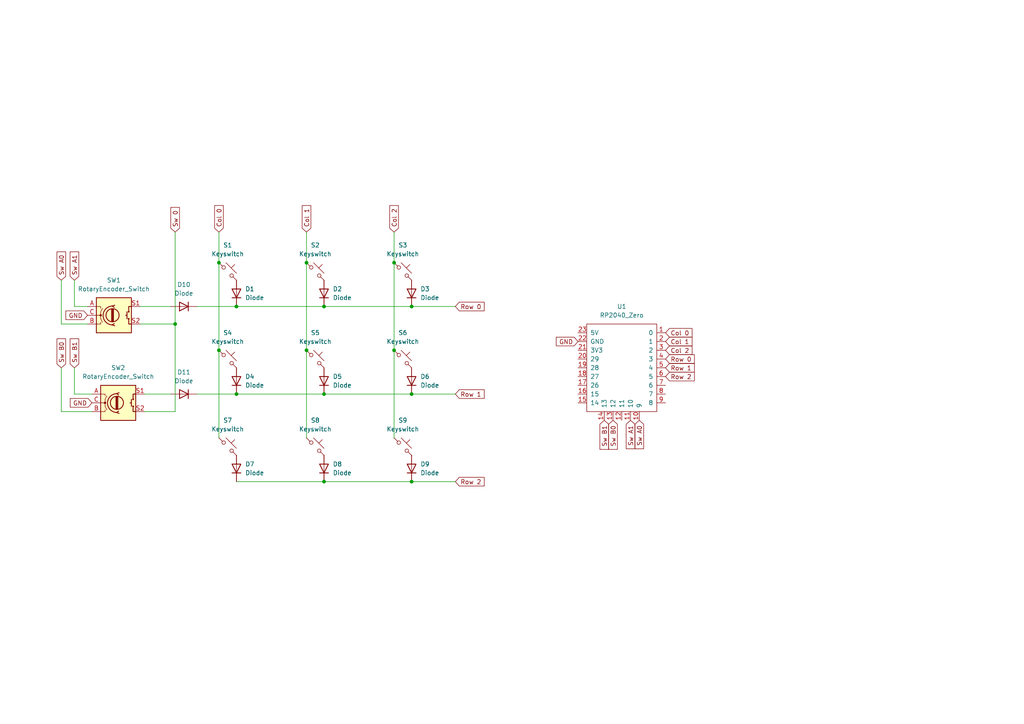
<source format=kicad_sch>
(kicad_sch
	(version 20250114)
	(generator "eeschema")
	(generator_version "9.0")
	(uuid "d416bdeb-0f75-4607-a93a-697d77e9cddc")
	(paper "A4")
	(lib_symbols
		(symbol "Device:RotaryEncoder_Switch"
			(pin_names
				(offset 0.254)
				(hide yes)
			)
			(exclude_from_sim no)
			(in_bom yes)
			(on_board yes)
			(property "Reference" "SW"
				(at 0 6.604 0)
				(effects
					(font
						(size 1.27 1.27)
					)
				)
			)
			(property "Value" "RotaryEncoder_Switch"
				(at 0 -6.604 0)
				(effects
					(font
						(size 1.27 1.27)
					)
				)
			)
			(property "Footprint" ""
				(at -3.81 4.064 0)
				(effects
					(font
						(size 1.27 1.27)
					)
					(hide yes)
				)
			)
			(property "Datasheet" "~"
				(at 0 6.604 0)
				(effects
					(font
						(size 1.27 1.27)
					)
					(hide yes)
				)
			)
			(property "Description" "Rotary encoder, dual channel, incremental quadrate outputs, with switch"
				(at 0 0 0)
				(effects
					(font
						(size 1.27 1.27)
					)
					(hide yes)
				)
			)
			(property "ki_keywords" "rotary switch encoder switch push button"
				(at 0 0 0)
				(effects
					(font
						(size 1.27 1.27)
					)
					(hide yes)
				)
			)
			(property "ki_fp_filters" "RotaryEncoder*Switch*"
				(at 0 0 0)
				(effects
					(font
						(size 1.27 1.27)
					)
					(hide yes)
				)
			)
			(symbol "RotaryEncoder_Switch_0_1"
				(rectangle
					(start -5.08 5.08)
					(end 5.08 -5.08)
					(stroke
						(width 0.254)
						(type default)
					)
					(fill
						(type background)
					)
				)
				(polyline
					(pts
						(xy -5.08 2.54) (xy -3.81 2.54) (xy -3.81 2.032)
					)
					(stroke
						(width 0)
						(type default)
					)
					(fill
						(type none)
					)
				)
				(polyline
					(pts
						(xy -5.08 0) (xy -3.81 0) (xy -3.81 -1.016) (xy -3.302 -2.032)
					)
					(stroke
						(width 0)
						(type default)
					)
					(fill
						(type none)
					)
				)
				(polyline
					(pts
						(xy -5.08 -2.54) (xy -3.81 -2.54) (xy -3.81 -2.032)
					)
					(stroke
						(width 0)
						(type default)
					)
					(fill
						(type none)
					)
				)
				(polyline
					(pts
						(xy -4.318 0) (xy -3.81 0) (xy -3.81 1.016) (xy -3.302 2.032)
					)
					(stroke
						(width 0)
						(type default)
					)
					(fill
						(type none)
					)
				)
				(circle
					(center -3.81 0)
					(radius 0.254)
					(stroke
						(width 0)
						(type default)
					)
					(fill
						(type outline)
					)
				)
				(polyline
					(pts
						(xy -0.635 -1.778) (xy -0.635 1.778)
					)
					(stroke
						(width 0.254)
						(type default)
					)
					(fill
						(type none)
					)
				)
				(circle
					(center -0.381 0)
					(radius 1.905)
					(stroke
						(width 0.254)
						(type default)
					)
					(fill
						(type none)
					)
				)
				(polyline
					(pts
						(xy -0.381 -1.778) (xy -0.381 1.778)
					)
					(stroke
						(width 0.254)
						(type default)
					)
					(fill
						(type none)
					)
				)
				(arc
					(start -0.381 -2.794)
					(mid -3.0988 -0.0635)
					(end -0.381 2.667)
					(stroke
						(width 0.254)
						(type default)
					)
					(fill
						(type none)
					)
				)
				(polyline
					(pts
						(xy -0.127 1.778) (xy -0.127 -1.778)
					)
					(stroke
						(width 0.254)
						(type default)
					)
					(fill
						(type none)
					)
				)
				(polyline
					(pts
						(xy 0.254 2.921) (xy -0.508 2.667) (xy 0.127 2.286)
					)
					(stroke
						(width 0.254)
						(type default)
					)
					(fill
						(type none)
					)
				)
				(polyline
					(pts
						(xy 0.254 -3.048) (xy -0.508 -2.794) (xy 0.127 -2.413)
					)
					(stroke
						(width 0.254)
						(type default)
					)
					(fill
						(type none)
					)
				)
				(polyline
					(pts
						(xy 3.81 1.016) (xy 3.81 -1.016)
					)
					(stroke
						(width 0.254)
						(type default)
					)
					(fill
						(type none)
					)
				)
				(polyline
					(pts
						(xy 3.81 0) (xy 3.429 0)
					)
					(stroke
						(width 0.254)
						(type default)
					)
					(fill
						(type none)
					)
				)
				(circle
					(center 4.318 1.016)
					(radius 0.127)
					(stroke
						(width 0.254)
						(type default)
					)
					(fill
						(type none)
					)
				)
				(circle
					(center 4.318 -1.016)
					(radius 0.127)
					(stroke
						(width 0.254)
						(type default)
					)
					(fill
						(type none)
					)
				)
				(polyline
					(pts
						(xy 5.08 2.54) (xy 4.318 2.54) (xy 4.318 1.016)
					)
					(stroke
						(width 0.254)
						(type default)
					)
					(fill
						(type none)
					)
				)
				(polyline
					(pts
						(xy 5.08 -2.54) (xy 4.318 -2.54) (xy 4.318 -1.016)
					)
					(stroke
						(width 0.254)
						(type default)
					)
					(fill
						(type none)
					)
				)
			)
			(symbol "RotaryEncoder_Switch_1_1"
				(pin passive line
					(at -7.62 2.54 0)
					(length 2.54)
					(name "A"
						(effects
							(font
								(size 1.27 1.27)
							)
						)
					)
					(number "A"
						(effects
							(font
								(size 1.27 1.27)
							)
						)
					)
				)
				(pin passive line
					(at -7.62 0 0)
					(length 2.54)
					(name "C"
						(effects
							(font
								(size 1.27 1.27)
							)
						)
					)
					(number "C"
						(effects
							(font
								(size 1.27 1.27)
							)
						)
					)
				)
				(pin passive line
					(at -7.62 -2.54 0)
					(length 2.54)
					(name "B"
						(effects
							(font
								(size 1.27 1.27)
							)
						)
					)
					(number "B"
						(effects
							(font
								(size 1.27 1.27)
							)
						)
					)
				)
				(pin passive line
					(at 7.62 2.54 180)
					(length 2.54)
					(name "S1"
						(effects
							(font
								(size 1.27 1.27)
							)
						)
					)
					(number "S1"
						(effects
							(font
								(size 1.27 1.27)
							)
						)
					)
				)
				(pin passive line
					(at 7.62 -2.54 180)
					(length 2.54)
					(name "S2"
						(effects
							(font
								(size 1.27 1.27)
							)
						)
					)
					(number "S2"
						(effects
							(font
								(size 1.27 1.27)
							)
						)
					)
				)
			)
			(embedded_fonts no)
		)
		(symbol "ScottoKeebs:MCU_RP2040_Zero"
			(pin_names
				(offset 1.016)
			)
			(exclude_from_sim no)
			(in_bom yes)
			(on_board yes)
			(property "Reference" "U"
				(at 0 15.24 0)
				(effects
					(font
						(size 1.27 1.27)
					)
				)
			)
			(property "Value" "RP2040_Zero"
				(at 0 12.7 0)
				(effects
					(font
						(size 1.27 1.27)
					)
				)
			)
			(property "Footprint" "ScottoKeebs_MCU:RP2040_Zero"
				(at -8.89 5.08 0)
				(effects
					(font
						(size 1.27 1.27)
					)
					(hide yes)
				)
			)
			(property "Datasheet" ""
				(at -8.89 5.08 0)
				(effects
					(font
						(size 1.27 1.27)
					)
					(hide yes)
				)
			)
			(property "Description" ""
				(at 0 0 0)
				(effects
					(font
						(size 1.27 1.27)
					)
					(hide yes)
				)
			)
			(symbol "MCU_RP2040_Zero_0_1"
				(rectangle
					(start -10.16 11.43)
					(end 10.16 -13.97)
					(stroke
						(width 0)
						(type default)
					)
					(fill
						(type none)
					)
				)
			)
			(symbol "MCU_RP2040_Zero_1_1"
				(pin power_out line
					(at -12.7 8.89 0)
					(length 2.54)
					(name "5V"
						(effects
							(font
								(size 1.27 1.27)
							)
						)
					)
					(number "23"
						(effects
							(font
								(size 1.27 1.27)
							)
						)
					)
				)
				(pin power_out line
					(at -12.7 6.35 0)
					(length 2.54)
					(name "GND"
						(effects
							(font
								(size 1.27 1.27)
							)
						)
					)
					(number "22"
						(effects
							(font
								(size 1.27 1.27)
							)
						)
					)
				)
				(pin power_out line
					(at -12.7 3.81 0)
					(length 2.54)
					(name "3V3"
						(effects
							(font
								(size 1.27 1.27)
							)
						)
					)
					(number "21"
						(effects
							(font
								(size 1.27 1.27)
							)
						)
					)
				)
				(pin bidirectional line
					(at -12.7 1.27 0)
					(length 2.54)
					(name "29"
						(effects
							(font
								(size 1.27 1.27)
							)
						)
					)
					(number "20"
						(effects
							(font
								(size 1.27 1.27)
							)
						)
					)
				)
				(pin bidirectional line
					(at -12.7 -1.27 0)
					(length 2.54)
					(name "28"
						(effects
							(font
								(size 1.27 1.27)
							)
						)
					)
					(number "19"
						(effects
							(font
								(size 1.27 1.27)
							)
						)
					)
				)
				(pin bidirectional line
					(at -12.7 -3.81 0)
					(length 2.54)
					(name "27"
						(effects
							(font
								(size 1.27 1.27)
							)
						)
					)
					(number "18"
						(effects
							(font
								(size 1.27 1.27)
							)
						)
					)
				)
				(pin bidirectional line
					(at -12.7 -6.35 0)
					(length 2.54)
					(name "26"
						(effects
							(font
								(size 1.27 1.27)
							)
						)
					)
					(number "17"
						(effects
							(font
								(size 1.27 1.27)
							)
						)
					)
				)
				(pin bidirectional line
					(at -12.7 -8.89 0)
					(length 2.54)
					(name "15"
						(effects
							(font
								(size 1.27 1.27)
							)
						)
					)
					(number "16"
						(effects
							(font
								(size 1.27 1.27)
							)
						)
					)
				)
				(pin bidirectional line
					(at -12.7 -11.43 0)
					(length 2.54)
					(name "14"
						(effects
							(font
								(size 1.27 1.27)
							)
						)
					)
					(number "15"
						(effects
							(font
								(size 1.27 1.27)
							)
						)
					)
				)
				(pin bidirectional line
					(at -5.08 -16.51 90)
					(length 2.54)
					(name "13"
						(effects
							(font
								(size 1.27 1.27)
							)
						)
					)
					(number "14"
						(effects
							(font
								(size 1.27 1.27)
							)
						)
					)
				)
				(pin bidirectional line
					(at -2.54 -16.51 90)
					(length 2.54)
					(name "12"
						(effects
							(font
								(size 1.27 1.27)
							)
						)
					)
					(number "13"
						(effects
							(font
								(size 1.27 1.27)
							)
						)
					)
				)
				(pin bidirectional line
					(at 0 -16.51 90)
					(length 2.54)
					(name "11"
						(effects
							(font
								(size 1.27 1.27)
							)
						)
					)
					(number "12"
						(effects
							(font
								(size 1.27 1.27)
							)
						)
					)
				)
				(pin bidirectional line
					(at 2.54 -16.51 90)
					(length 2.54)
					(name "10"
						(effects
							(font
								(size 1.27 1.27)
							)
						)
					)
					(number "11"
						(effects
							(font
								(size 1.27 1.27)
							)
						)
					)
				)
				(pin bidirectional line
					(at 5.08 -16.51 90)
					(length 2.54)
					(name "9"
						(effects
							(font
								(size 1.27 1.27)
							)
						)
					)
					(number "10"
						(effects
							(font
								(size 1.27 1.27)
							)
						)
					)
				)
				(pin bidirectional line
					(at 12.7 8.89 180)
					(length 2.54)
					(name "0"
						(effects
							(font
								(size 1.27 1.27)
							)
						)
					)
					(number "1"
						(effects
							(font
								(size 1.27 1.27)
							)
						)
					)
				)
				(pin bidirectional line
					(at 12.7 6.35 180)
					(length 2.54)
					(name "1"
						(effects
							(font
								(size 1.27 1.27)
							)
						)
					)
					(number "2"
						(effects
							(font
								(size 1.27 1.27)
							)
						)
					)
				)
				(pin bidirectional line
					(at 12.7 3.81 180)
					(length 2.54)
					(name "2"
						(effects
							(font
								(size 1.27 1.27)
							)
						)
					)
					(number "3"
						(effects
							(font
								(size 1.27 1.27)
							)
						)
					)
				)
				(pin bidirectional line
					(at 12.7 1.27 180)
					(length 2.54)
					(name "3"
						(effects
							(font
								(size 1.27 1.27)
							)
						)
					)
					(number "4"
						(effects
							(font
								(size 1.27 1.27)
							)
						)
					)
				)
				(pin bidirectional line
					(at 12.7 -1.27 180)
					(length 2.54)
					(name "4"
						(effects
							(font
								(size 1.27 1.27)
							)
						)
					)
					(number "5"
						(effects
							(font
								(size 1.27 1.27)
							)
						)
					)
				)
				(pin bidirectional line
					(at 12.7 -3.81 180)
					(length 2.54)
					(name "5"
						(effects
							(font
								(size 1.27 1.27)
							)
						)
					)
					(number "6"
						(effects
							(font
								(size 1.27 1.27)
							)
						)
					)
				)
				(pin bidirectional line
					(at 12.7 -6.35 180)
					(length 2.54)
					(name "6"
						(effects
							(font
								(size 1.27 1.27)
							)
						)
					)
					(number "7"
						(effects
							(font
								(size 1.27 1.27)
							)
						)
					)
				)
				(pin bidirectional line
					(at 12.7 -8.89 180)
					(length 2.54)
					(name "7"
						(effects
							(font
								(size 1.27 1.27)
							)
						)
					)
					(number "8"
						(effects
							(font
								(size 1.27 1.27)
							)
						)
					)
				)
				(pin bidirectional line
					(at 12.7 -11.43 180)
					(length 2.54)
					(name "8"
						(effects
							(font
								(size 1.27 1.27)
							)
						)
					)
					(number "9"
						(effects
							(font
								(size 1.27 1.27)
							)
						)
					)
				)
			)
			(embedded_fonts no)
		)
		(symbol "ScottoKeebs:Placeholder_Diode"
			(pin_numbers
				(hide yes)
			)
			(pin_names
				(hide yes)
			)
			(exclude_from_sim no)
			(in_bom yes)
			(on_board yes)
			(property "Reference" "D"
				(at 0 2.54 0)
				(effects
					(font
						(size 1.27 1.27)
					)
				)
			)
			(property "Value" "Diode"
				(at 0 -2.54 0)
				(effects
					(font
						(size 1.27 1.27)
					)
				)
			)
			(property "Footprint" ""
				(at 0 0 0)
				(effects
					(font
						(size 1.27 1.27)
					)
					(hide yes)
				)
			)
			(property "Datasheet" ""
				(at 0 0 0)
				(effects
					(font
						(size 1.27 1.27)
					)
					(hide yes)
				)
			)
			(property "Description" "1N4148 (DO-35) or 1N4148W (SOD-123)"
				(at 0 0 0)
				(effects
					(font
						(size 1.27 1.27)
					)
					(hide yes)
				)
			)
			(property "Sim.Device" "D"
				(at 0 0 0)
				(effects
					(font
						(size 1.27 1.27)
					)
					(hide yes)
				)
			)
			(property "Sim.Pins" "1=K 2=A"
				(at 0 0 0)
				(effects
					(font
						(size 1.27 1.27)
					)
					(hide yes)
				)
			)
			(property "ki_keywords" "diode"
				(at 0 0 0)
				(effects
					(font
						(size 1.27 1.27)
					)
					(hide yes)
				)
			)
			(property "ki_fp_filters" "D*DO?35*"
				(at 0 0 0)
				(effects
					(font
						(size 1.27 1.27)
					)
					(hide yes)
				)
			)
			(symbol "Placeholder_Diode_0_1"
				(polyline
					(pts
						(xy -1.27 1.27) (xy -1.27 -1.27)
					)
					(stroke
						(width 0.254)
						(type default)
					)
					(fill
						(type none)
					)
				)
				(polyline
					(pts
						(xy 1.27 1.27) (xy 1.27 -1.27) (xy -1.27 0) (xy 1.27 1.27)
					)
					(stroke
						(width 0.254)
						(type default)
					)
					(fill
						(type none)
					)
				)
				(polyline
					(pts
						(xy 1.27 0) (xy -1.27 0)
					)
					(stroke
						(width 0)
						(type default)
					)
					(fill
						(type none)
					)
				)
			)
			(symbol "Placeholder_Diode_1_1"
				(pin passive line
					(at -3.81 0 0)
					(length 2.54)
					(name "K"
						(effects
							(font
								(size 1.27 1.27)
							)
						)
					)
					(number "1"
						(effects
							(font
								(size 1.27 1.27)
							)
						)
					)
				)
				(pin passive line
					(at 3.81 0 180)
					(length 2.54)
					(name "A"
						(effects
							(font
								(size 1.27 1.27)
							)
						)
					)
					(number "2"
						(effects
							(font
								(size 1.27 1.27)
							)
						)
					)
				)
			)
			(embedded_fonts no)
		)
		(symbol "ScottoKeebs:Placeholder_Keyswitch"
			(pin_numbers
				(hide yes)
			)
			(pin_names
				(offset 1.016)
				(hide yes)
			)
			(exclude_from_sim no)
			(in_bom yes)
			(on_board yes)
			(property "Reference" "S"
				(at 3.048 1.016 0)
				(effects
					(font
						(size 1.27 1.27)
					)
					(justify left)
				)
			)
			(property "Value" "Keyswitch"
				(at 0 -3.81 0)
				(effects
					(font
						(size 1.27 1.27)
					)
				)
			)
			(property "Footprint" ""
				(at 0 0 0)
				(effects
					(font
						(size 1.27 1.27)
					)
					(hide yes)
				)
			)
			(property "Datasheet" "~"
				(at 0 0 0)
				(effects
					(font
						(size 1.27 1.27)
					)
					(hide yes)
				)
			)
			(property "Description" "Push button switch, normally open, two pins, 45° tilted"
				(at 0 0 0)
				(effects
					(font
						(size 1.27 1.27)
					)
					(hide yes)
				)
			)
			(property "ki_keywords" "switch normally-open pushbutton push-button"
				(at 0 0 0)
				(effects
					(font
						(size 1.27 1.27)
					)
					(hide yes)
				)
			)
			(symbol "Placeholder_Keyswitch_0_1"
				(polyline
					(pts
						(xy -2.54 2.54) (xy -1.524 1.524) (xy -1.524 1.524)
					)
					(stroke
						(width 0)
						(type default)
					)
					(fill
						(type none)
					)
				)
				(circle
					(center -1.1684 1.1684)
					(radius 0.508)
					(stroke
						(width 0)
						(type default)
					)
					(fill
						(type none)
					)
				)
				(polyline
					(pts
						(xy -0.508 2.54) (xy 2.54 -0.508)
					)
					(stroke
						(width 0)
						(type default)
					)
					(fill
						(type none)
					)
				)
				(polyline
					(pts
						(xy 1.016 1.016) (xy 2.032 2.032)
					)
					(stroke
						(width 0)
						(type default)
					)
					(fill
						(type none)
					)
				)
				(circle
					(center 1.143 -1.1938)
					(radius 0.508)
					(stroke
						(width 0)
						(type default)
					)
					(fill
						(type none)
					)
				)
				(polyline
					(pts
						(xy 1.524 -1.524) (xy 2.54 -2.54) (xy 2.54 -2.54) (xy 2.54 -2.54)
					)
					(stroke
						(width 0)
						(type default)
					)
					(fill
						(type none)
					)
				)
				(pin passive line
					(at -2.54 2.54 0)
					(length 0)
					(name "1"
						(effects
							(font
								(size 1.27 1.27)
							)
						)
					)
					(number "1"
						(effects
							(font
								(size 1.27 1.27)
							)
						)
					)
				)
				(pin passive line
					(at 2.54 -2.54 180)
					(length 0)
					(name "2"
						(effects
							(font
								(size 1.27 1.27)
							)
						)
					)
					(number "2"
						(effects
							(font
								(size 1.27 1.27)
							)
						)
					)
				)
			)
			(embedded_fonts no)
		)
	)
	(junction
		(at 119.38 88.9)
		(diameter 0)
		(color 0 0 0 0)
		(uuid "203f470c-fa23-46dd-8f26-a92ee61f5a61")
	)
	(junction
		(at 88.9 101.6)
		(diameter 0)
		(color 0 0 0 0)
		(uuid "3b585ef4-8a80-461a-adf1-65cee718af2d")
	)
	(junction
		(at 93.98 114.3)
		(diameter 0)
		(color 0 0 0 0)
		(uuid "44ddeb36-e34f-486e-b76c-74134c547e19")
	)
	(junction
		(at 119.38 139.7)
		(diameter 0)
		(color 0 0 0 0)
		(uuid "4518b6ee-77bb-441c-9354-cd2ddb636449")
	)
	(junction
		(at 93.98 139.7)
		(diameter 0)
		(color 0 0 0 0)
		(uuid "5b2bac14-910d-42ff-9c62-11559cf7be23")
	)
	(junction
		(at 68.58 114.3)
		(diameter 0)
		(color 0 0 0 0)
		(uuid "620e6efc-e33c-46f1-afc8-869e50387284")
	)
	(junction
		(at 114.3 76.2)
		(diameter 0)
		(color 0 0 0 0)
		(uuid "856f800e-e8a4-4210-8923-536de24f0430")
	)
	(junction
		(at 114.3 101.6)
		(diameter 0)
		(color 0 0 0 0)
		(uuid "86369d14-57ca-4dcc-bd91-efb434053f87")
	)
	(junction
		(at 93.98 88.9)
		(diameter 0)
		(color 0 0 0 0)
		(uuid "9c5fad5f-95c2-4866-a15b-0e0c998f47bd")
	)
	(junction
		(at 63.5 76.2)
		(diameter 0)
		(color 0 0 0 0)
		(uuid "b0234031-4745-49b5-898d-c8d98fae0447")
	)
	(junction
		(at 119.38 114.3)
		(diameter 0)
		(color 0 0 0 0)
		(uuid "cdbf80e6-ccfb-4421-a0b5-ebb0ddcbccbb")
	)
	(junction
		(at 50.8 93.98)
		(diameter 0)
		(color 0 0 0 0)
		(uuid "d9d306a3-996f-4413-a359-70a809051c43")
	)
	(junction
		(at 88.9 76.2)
		(diameter 0)
		(color 0 0 0 0)
		(uuid "dec9cf6f-0e84-4b8e-b95f-832ff971c5a6")
	)
	(junction
		(at 63.5 101.6)
		(diameter 0)
		(color 0 0 0 0)
		(uuid "e27bb46a-4850-432f-a903-ba23231c98f5")
	)
	(junction
		(at 68.58 88.9)
		(diameter 0)
		(color 0 0 0 0)
		(uuid "eb12b8b5-c4cf-4d92-b436-d33bd819b632")
	)
	(wire
		(pts
			(xy 40.64 88.9) (xy 49.53 88.9)
		)
		(stroke
			(width 0)
			(type default)
		)
		(uuid "0d154146-bdd7-4b3f-bbcc-f91f15517c33")
	)
	(wire
		(pts
			(xy 63.5 101.6) (xy 63.5 127)
		)
		(stroke
			(width 0)
			(type default)
		)
		(uuid "0e3dabbe-5213-444b-bae5-3c3faf66c843")
	)
	(wire
		(pts
			(xy 17.78 81.28) (xy 17.78 93.98)
		)
		(stroke
			(width 0)
			(type default)
		)
		(uuid "1b582169-89c8-4697-b1bd-88a4a3c83eb8")
	)
	(wire
		(pts
			(xy 57.15 88.9) (xy 68.58 88.9)
		)
		(stroke
			(width 0)
			(type default)
		)
		(uuid "215e5ab3-cb3a-4e1a-b8dc-a496c530d146")
	)
	(wire
		(pts
			(xy 114.3 76.2) (xy 114.3 101.6)
		)
		(stroke
			(width 0)
			(type default)
		)
		(uuid "23fd66ed-5a04-438e-babf-a2dcf45dfeee")
	)
	(wire
		(pts
			(xy 40.64 93.98) (xy 50.8 93.98)
		)
		(stroke
			(width 0)
			(type default)
		)
		(uuid "274e023b-00a0-45b4-9a98-2c41616082bd")
	)
	(wire
		(pts
			(xy 63.5 67.31) (xy 63.5 76.2)
		)
		(stroke
			(width 0)
			(type default)
		)
		(uuid "2d33c61b-f622-4fe6-8261-9d3ab84ab287")
	)
	(wire
		(pts
			(xy 63.5 76.2) (xy 63.5 101.6)
		)
		(stroke
			(width 0)
			(type default)
		)
		(uuid "38a53e56-f25d-48fa-855f-fed508d075a1")
	)
	(wire
		(pts
			(xy 88.9 67.31) (xy 88.9 76.2)
		)
		(stroke
			(width 0)
			(type default)
		)
		(uuid "3ad8fd4f-cb60-4d1d-b2cd-0d703fcac7bb")
	)
	(wire
		(pts
			(xy 17.78 106.68) (xy 17.78 119.38)
		)
		(stroke
			(width 0)
			(type default)
		)
		(uuid "3d3669fd-4411-4e28-9ff8-7f6155eb8d4d")
	)
	(wire
		(pts
			(xy 26.67 119.38) (xy 17.78 119.38)
		)
		(stroke
			(width 0)
			(type default)
		)
		(uuid "3f97087b-6f59-4986-ac75-aa3529c10a4e")
	)
	(wire
		(pts
			(xy 93.98 139.7) (xy 119.38 139.7)
		)
		(stroke
			(width 0)
			(type default)
		)
		(uuid "44ed43b9-b23c-43ad-98a0-efc32b236517")
	)
	(wire
		(pts
			(xy 41.91 114.3) (xy 49.53 114.3)
		)
		(stroke
			(width 0)
			(type default)
		)
		(uuid "46af5554-145a-43d8-a09f-bae09a23c000")
	)
	(wire
		(pts
			(xy 50.8 67.31) (xy 50.8 93.98)
		)
		(stroke
			(width 0)
			(type default)
		)
		(uuid "50508e0c-294c-4083-aa75-5cd0c3eaecb0")
	)
	(wire
		(pts
			(xy 41.91 119.38) (xy 50.8 119.38)
		)
		(stroke
			(width 0)
			(type default)
		)
		(uuid "52941e37-676e-46ed-813e-6bc6c760b746")
	)
	(wire
		(pts
			(xy 21.59 106.68) (xy 21.59 114.3)
		)
		(stroke
			(width 0)
			(type default)
		)
		(uuid "636ec562-c69a-4e9c-8a7e-eaa8057ddbf1")
	)
	(wire
		(pts
			(xy 93.98 88.9) (xy 119.38 88.9)
		)
		(stroke
			(width 0)
			(type default)
		)
		(uuid "65d67fb7-1d3f-416f-ab5d-96565cc07a8a")
	)
	(wire
		(pts
			(xy 93.98 114.3) (xy 119.38 114.3)
		)
		(stroke
			(width 0)
			(type default)
		)
		(uuid "717b7b01-457f-4d8c-bdd2-8b8ed9460f90")
	)
	(wire
		(pts
			(xy 68.58 88.9) (xy 93.98 88.9)
		)
		(stroke
			(width 0)
			(type default)
		)
		(uuid "734edea3-249d-4baf-a89e-fd641f274785")
	)
	(wire
		(pts
			(xy 26.67 114.3) (xy 21.59 114.3)
		)
		(stroke
			(width 0)
			(type default)
		)
		(uuid "750e3c83-a62f-4e20-b17e-d142bda851b8")
	)
	(wire
		(pts
			(xy 114.3 101.6) (xy 114.3 127)
		)
		(stroke
			(width 0)
			(type default)
		)
		(uuid "761ddac1-a3b3-46bd-87cf-1ff6000fac14")
	)
	(wire
		(pts
			(xy 25.4 93.98) (xy 17.78 93.98)
		)
		(stroke
			(width 0)
			(type default)
		)
		(uuid "7a2db4c1-8ca7-4ac9-8b65-618520837cf3")
	)
	(wire
		(pts
			(xy 88.9 76.2) (xy 88.9 101.6)
		)
		(stroke
			(width 0)
			(type default)
		)
		(uuid "9336b1a7-dee7-4839-aae9-eb5363f80f7a")
	)
	(wire
		(pts
			(xy 88.9 101.6) (xy 88.9 127)
		)
		(stroke
			(width 0)
			(type default)
		)
		(uuid "94def45e-c142-43ff-938c-2dff49ddd726")
	)
	(wire
		(pts
			(xy 68.58 114.3) (xy 93.98 114.3)
		)
		(stroke
			(width 0)
			(type default)
		)
		(uuid "9b8d5f85-b9e8-4718-bb13-11d2f92cd5ba")
	)
	(wire
		(pts
			(xy 114.3 67.31) (xy 114.3 76.2)
		)
		(stroke
			(width 0)
			(type default)
		)
		(uuid "a2e7f702-d909-4d6a-9d78-d1608558b714")
	)
	(wire
		(pts
			(xy 119.38 139.7) (xy 132.08 139.7)
		)
		(stroke
			(width 0)
			(type default)
		)
		(uuid "b002cf12-6ac4-4272-b9ec-141b30c2f623")
	)
	(wire
		(pts
			(xy 57.15 114.3) (xy 68.58 114.3)
		)
		(stroke
			(width 0)
			(type default)
		)
		(uuid "bd223106-fe0b-4098-a4a6-d022b247babb")
	)
	(wire
		(pts
			(xy 119.38 88.9) (xy 132.08 88.9)
		)
		(stroke
			(width 0)
			(type default)
		)
		(uuid "c5ddc75b-5613-429c-98c1-5d0fcbe75995")
	)
	(wire
		(pts
			(xy 68.58 139.7) (xy 93.98 139.7)
		)
		(stroke
			(width 0)
			(type default)
		)
		(uuid "d4df489a-3c7d-40d8-bae4-c91e8d76e659")
	)
	(wire
		(pts
			(xy 25.4 88.9) (xy 21.59 88.9)
		)
		(stroke
			(width 0)
			(type default)
		)
		(uuid "d996a0cf-242f-4d9d-8f4a-6b63dec0face")
	)
	(wire
		(pts
			(xy 119.38 114.3) (xy 132.08 114.3)
		)
		(stroke
			(width 0)
			(type default)
		)
		(uuid "e4c2b6a2-ff0a-4d17-a79c-2c6cfe3e2066")
	)
	(wire
		(pts
			(xy 21.59 81.28) (xy 21.59 88.9)
		)
		(stroke
			(width 0)
			(type default)
		)
		(uuid "eea3293b-705e-4b17-9b32-feeccf67daf0")
	)
	(wire
		(pts
			(xy 50.8 93.98) (xy 50.8 119.38)
		)
		(stroke
			(width 0)
			(type default)
		)
		(uuid "f2f71a48-eab9-41f4-a074-0ded8376bcb5")
	)
	(global_label "Row 2"
		(shape input)
		(at 193.04 109.22 0)
		(fields_autoplaced yes)
		(effects
			(font
				(size 1.27 1.27)
			)
			(justify left)
		)
		(uuid "0580d64d-17b2-40a4-a34b-a3391d74ab06")
		(property "Intersheetrefs" "${INTERSHEET_REFS}"
			(at 201.9518 109.22 0)
			(effects
				(font
					(size 1.27 1.27)
				)
				(justify left)
				(hide yes)
			)
		)
	)
	(global_label "Row 1"
		(shape input)
		(at 132.08 114.3 0)
		(fields_autoplaced yes)
		(effects
			(font
				(size 1.27 1.27)
			)
			(justify left)
		)
		(uuid "05a8deda-9a92-402e-8141-1c991277fa52")
		(property "Intersheetrefs" "${INTERSHEET_REFS}"
			(at 140.9918 114.3 0)
			(effects
				(font
					(size 1.27 1.27)
				)
				(justify left)
				(hide yes)
			)
		)
	)
	(global_label "Row 1"
		(shape input)
		(at 193.04 106.68 0)
		(fields_autoplaced yes)
		(effects
			(font
				(size 1.27 1.27)
			)
			(justify left)
		)
		(uuid "05e1ddcf-42e3-4f59-aabb-b21ff2d1d1af")
		(property "Intersheetrefs" "${INTERSHEET_REFS}"
			(at 201.9518 106.68 0)
			(effects
				(font
					(size 1.27 1.27)
				)
				(justify left)
				(hide yes)
			)
		)
	)
	(global_label "Sw B1"
		(shape input)
		(at 175.26 121.92 270)
		(fields_autoplaced yes)
		(effects
			(font
				(size 1.27 1.27)
			)
			(justify right)
		)
		(uuid "16fe6416-9a63-48d4-b47e-414471448c01")
		(property "Intersheetrefs" "${INTERSHEET_REFS}"
			(at 175.26 130.8923 90)
			(effects
				(font
					(size 1.27 1.27)
				)
				(justify right)
				(hide yes)
			)
		)
	)
	(global_label "Col 2"
		(shape input)
		(at 114.3 67.31 90)
		(fields_autoplaced yes)
		(effects
			(font
				(size 1.27 1.27)
			)
			(justify left)
		)
		(uuid "1ca6adc9-ee2f-4596-8c27-01b1a506885f")
		(property "Intersheetrefs" "${INTERSHEET_REFS}"
			(at 114.3 59.0635 90)
			(effects
				(font
					(size 1.27 1.27)
				)
				(justify left)
				(hide yes)
			)
		)
	)
	(global_label "Sw B1"
		(shape input)
		(at 21.59 106.68 90)
		(fields_autoplaced yes)
		(effects
			(font
				(size 1.27 1.27)
			)
			(justify left)
		)
		(uuid "2caaea46-b5f1-485a-a48a-b04cce2867ed")
		(property "Intersheetrefs" "${INTERSHEET_REFS}"
			(at 21.59 97.7077 90)
			(effects
				(font
					(size 1.27 1.27)
				)
				(justify left)
				(hide yes)
			)
		)
	)
	(global_label "Sw A0"
		(shape input)
		(at 17.78 81.28 90)
		(fields_autoplaced yes)
		(effects
			(font
				(size 1.27 1.27)
			)
			(justify left)
		)
		(uuid "35708b9d-1815-4901-8d71-e4e77477fe95")
		(property "Intersheetrefs" "${INTERSHEET_REFS}"
			(at 17.78 72.4891 90)
			(effects
				(font
					(size 1.27 1.27)
				)
				(justify left)
				(hide yes)
			)
		)
	)
	(global_label "Sw A1"
		(shape input)
		(at 182.88 121.92 270)
		(fields_autoplaced yes)
		(effects
			(font
				(size 1.27 1.27)
			)
			(justify right)
		)
		(uuid "389f5cc3-343e-4c92-a401-0991a603d801")
		(property "Intersheetrefs" "${INTERSHEET_REFS}"
			(at 182.88 130.7109 90)
			(effects
				(font
					(size 1.27 1.27)
				)
				(justify right)
				(hide yes)
			)
		)
	)
	(global_label "Col 1"
		(shape input)
		(at 88.9 67.31 90)
		(fields_autoplaced yes)
		(effects
			(font
				(size 1.27 1.27)
			)
			(justify left)
		)
		(uuid "506c38d8-9b14-4699-a198-8f99d1c8dfe5")
		(property "Intersheetrefs" "${INTERSHEET_REFS}"
			(at 88.9 59.0635 90)
			(effects
				(font
					(size 1.27 1.27)
				)
				(justify left)
				(hide yes)
			)
		)
	)
	(global_label "Col 1"
		(shape input)
		(at 193.04 99.06 0)
		(fields_autoplaced yes)
		(effects
			(font
				(size 1.27 1.27)
			)
			(justify left)
		)
		(uuid "78a78f02-6eb9-47ac-8b02-99e3fc1dac2d")
		(property "Intersheetrefs" "${INTERSHEET_REFS}"
			(at 201.2865 99.06 0)
			(effects
				(font
					(size 1.27 1.27)
				)
				(justify left)
				(hide yes)
			)
		)
	)
	(global_label "Col 2"
		(shape input)
		(at 193.04 101.6 0)
		(fields_autoplaced yes)
		(effects
			(font
				(size 1.27 1.27)
			)
			(justify left)
		)
		(uuid "78d9e735-447a-45ab-8030-3b7752b5f55e")
		(property "Intersheetrefs" "${INTERSHEET_REFS}"
			(at 201.2865 101.6 0)
			(effects
				(font
					(size 1.27 1.27)
				)
				(justify left)
				(hide yes)
			)
		)
	)
	(global_label "Row 0"
		(shape input)
		(at 193.04 104.14 0)
		(fields_autoplaced yes)
		(effects
			(font
				(size 1.27 1.27)
			)
			(justify left)
		)
		(uuid "79407de9-55c9-48eb-9a4f-741c96ddaab9")
		(property "Intersheetrefs" "${INTERSHEET_REFS}"
			(at 201.9518 104.14 0)
			(effects
				(font
					(size 1.27 1.27)
				)
				(justify left)
				(hide yes)
			)
		)
	)
	(global_label "Row 2"
		(shape input)
		(at 132.08 139.7 0)
		(fields_autoplaced yes)
		(effects
			(font
				(size 1.27 1.27)
			)
			(justify left)
		)
		(uuid "79e013d4-defa-4cff-9ab6-586d686f9a45")
		(property "Intersheetrefs" "${INTERSHEET_REFS}"
			(at 140.9918 139.7 0)
			(effects
				(font
					(size 1.27 1.27)
				)
				(justify left)
				(hide yes)
			)
		)
	)
	(global_label "Col 0"
		(shape input)
		(at 63.5 67.31 90)
		(fields_autoplaced yes)
		(effects
			(font
				(size 1.27 1.27)
			)
			(justify left)
		)
		(uuid "83d0da45-20aa-481f-b7b9-cd24b45f0a91")
		(property "Intersheetrefs" "${INTERSHEET_REFS}"
			(at 63.5 59.0635 90)
			(effects
				(font
					(size 1.27 1.27)
				)
				(justify left)
				(hide yes)
			)
		)
	)
	(global_label "Sw 0"
		(shape input)
		(at 50.8 67.31 90)
		(fields_autoplaced yes)
		(effects
			(font
				(size 1.27 1.27)
			)
			(justify left)
		)
		(uuid "942107c7-44a8-4515-9756-eb18ff8ab08a")
		(property "Intersheetrefs" "${INTERSHEET_REFS}"
			(at 50.8 59.6077 90)
			(effects
				(font
					(size 1.27 1.27)
				)
				(justify left)
				(hide yes)
			)
		)
	)
	(global_label "Sw A0"
		(shape input)
		(at 185.42 121.92 270)
		(fields_autoplaced yes)
		(effects
			(font
				(size 1.27 1.27)
			)
			(justify right)
		)
		(uuid "a4644fcb-296d-4ee2-b9dc-6b4206b98f1b")
		(property "Intersheetrefs" "${INTERSHEET_REFS}"
			(at 185.42 130.7109 90)
			(effects
				(font
					(size 1.27 1.27)
				)
				(justify right)
				(hide yes)
			)
		)
	)
	(global_label "GND"
		(shape input)
		(at 26.67 116.84 180)
		(fields_autoplaced yes)
		(effects
			(font
				(size 1.27 1.27)
			)
			(justify right)
		)
		(uuid "a6841b17-83e9-47f8-83f2-8c6146b395f0")
		(property "Intersheetrefs" "${INTERSHEET_REFS}"
			(at 19.8143 116.84 0)
			(effects
				(font
					(size 1.27 1.27)
				)
				(justify right)
				(hide yes)
			)
		)
	)
	(global_label "GND"
		(shape input)
		(at 167.64 99.06 180)
		(fields_autoplaced yes)
		(effects
			(font
				(size 1.27 1.27)
			)
			(justify right)
		)
		(uuid "acdadc40-bb9e-4dbc-89cb-814f1a981640")
		(property "Intersheetrefs" "${INTERSHEET_REFS}"
			(at 160.7843 99.06 0)
			(effects
				(font
					(size 1.27 1.27)
				)
				(justify right)
				(hide yes)
			)
		)
	)
	(global_label "Sw A1"
		(shape input)
		(at 21.59 81.28 90)
		(fields_autoplaced yes)
		(effects
			(font
				(size 1.27 1.27)
			)
			(justify left)
		)
		(uuid "c9bc4867-dc5c-4fe6-b4e9-5f6a9d77d4d3")
		(property "Intersheetrefs" "${INTERSHEET_REFS}"
			(at 21.59 72.4891 90)
			(effects
				(font
					(size 1.27 1.27)
				)
				(justify left)
				(hide yes)
			)
		)
	)
	(global_label "GND"
		(shape input)
		(at 25.4 91.44 180)
		(fields_autoplaced yes)
		(effects
			(font
				(size 1.27 1.27)
			)
			(justify right)
		)
		(uuid "ce5ee3be-b860-4fcf-8658-d45e297380dd")
		(property "Intersheetrefs" "${INTERSHEET_REFS}"
			(at 18.5443 91.44 0)
			(effects
				(font
					(size 1.27 1.27)
				)
				(justify right)
				(hide yes)
			)
		)
	)
	(global_label "Sw B0"
		(shape input)
		(at 177.8 121.92 270)
		(fields_autoplaced yes)
		(effects
			(font
				(size 1.27 1.27)
			)
			(justify right)
		)
		(uuid "d2c752ed-8968-422c-9424-803b62e0f7cf")
		(property "Intersheetrefs" "${INTERSHEET_REFS}"
			(at 177.8 130.8923 90)
			(effects
				(font
					(size 1.27 1.27)
				)
				(justify right)
				(hide yes)
			)
		)
	)
	(global_label "Col 0"
		(shape input)
		(at 193.04 96.52 0)
		(fields_autoplaced yes)
		(effects
			(font
				(size 1.27 1.27)
			)
			(justify left)
		)
		(uuid "d67e14ae-5f47-4d91-aa3e-8f93bfdf708b")
		(property "Intersheetrefs" "${INTERSHEET_REFS}"
			(at 201.2865 96.52 0)
			(effects
				(font
					(size 1.27 1.27)
				)
				(justify left)
				(hide yes)
			)
		)
	)
	(global_label "Sw B0"
		(shape input)
		(at 17.78 106.68 90)
		(fields_autoplaced yes)
		(effects
			(font
				(size 1.27 1.27)
			)
			(justify left)
		)
		(uuid "d703c9a6-f70f-4950-bd36-fd7685f8c26e")
		(property "Intersheetrefs" "${INTERSHEET_REFS}"
			(at 17.78 97.7077 90)
			(effects
				(font
					(size 1.27 1.27)
				)
				(justify left)
				(hide yes)
			)
		)
	)
	(global_label "Row 0"
		(shape input)
		(at 132.08 88.9 0)
		(fields_autoplaced yes)
		(effects
			(font
				(size 1.27 1.27)
			)
			(justify left)
		)
		(uuid "e1a76f52-c6e2-4b5b-8894-f11307267735")
		(property "Intersheetrefs" "${INTERSHEET_REFS}"
			(at 140.9918 88.9 0)
			(effects
				(font
					(size 1.27 1.27)
				)
				(justify left)
				(hide yes)
			)
		)
	)
	(symbol
		(lib_id "ScottoKeebs:Placeholder_Keyswitch")
		(at 116.84 78.74 0)
		(unit 1)
		(exclude_from_sim no)
		(in_bom yes)
		(on_board yes)
		(dnp no)
		(fields_autoplaced yes)
		(uuid "14df5dcd-3e8e-4e1b-bf8c-697c31f82b22")
		(property "Reference" "S3"
			(at 116.84 71.12 0)
			(effects
				(font
					(size 1.27 1.27)
				)
			)
		)
		(property "Value" "Keyswitch"
			(at 116.84 73.66 0)
			(effects
				(font
					(size 1.27 1.27)
				)
			)
		)
		(property "Footprint" "ScottoKeebs_MX:MX_PCB"
			(at 116.84 78.74 0)
			(effects
				(font
					(size 1.27 1.27)
				)
				(hide yes)
			)
		)
		(property "Datasheet" "~"
			(at 116.84 78.74 0)
			(effects
				(font
					(size 1.27 1.27)
				)
				(hide yes)
			)
		)
		(property "Description" "Push button switch, normally open, two pins, 45° tilted"
			(at 116.84 78.74 0)
			(effects
				(font
					(size 1.27 1.27)
				)
				(hide yes)
			)
		)
		(pin "2"
			(uuid "ffefafc8-2544-41c6-bf75-3d4ecd9b42ca")
		)
		(pin "1"
			(uuid "572c3d78-dba9-43c3-9138-08c644800eaf")
		)
		(instances
			(project ""
				(path "/d416bdeb-0f75-4607-a93a-697d77e9cddc"
					(reference "S3")
					(unit 1)
				)
			)
		)
	)
	(symbol
		(lib_id "ScottoKeebs:Placeholder_Diode")
		(at 119.38 110.49 90)
		(unit 1)
		(exclude_from_sim no)
		(in_bom yes)
		(on_board yes)
		(dnp no)
		(fields_autoplaced yes)
		(uuid "1e6a318e-e762-47c6-8e5f-8ccd5f73622d")
		(property "Reference" "D6"
			(at 121.92 109.2199 90)
			(effects
				(font
					(size 1.27 1.27)
				)
				(justify right)
			)
		)
		(property "Value" "Diode"
			(at 121.92 111.7599 90)
			(effects
				(font
					(size 1.27 1.27)
				)
				(justify right)
			)
		)
		(property "Footprint" "ScottoKeebs_Components:Diode_DO-35"
			(at 119.38 110.49 0)
			(effects
				(font
					(size 1.27 1.27)
				)
				(hide yes)
			)
		)
		(property "Datasheet" ""
			(at 119.38 110.49 0)
			(effects
				(font
					(size 1.27 1.27)
				)
				(hide yes)
			)
		)
		(property "Description" "1N4148 (DO-35) or 1N4148W (SOD-123)"
			(at 119.38 110.49 0)
			(effects
				(font
					(size 1.27 1.27)
				)
				(hide yes)
			)
		)
		(property "Sim.Device" "D"
			(at 119.38 110.49 0)
			(effects
				(font
					(size 1.27 1.27)
				)
				(hide yes)
			)
		)
		(property "Sim.Pins" "1=K 2=A"
			(at 119.38 110.49 0)
			(effects
				(font
					(size 1.27 1.27)
				)
				(hide yes)
			)
		)
		(pin "1"
			(uuid "19e0738d-7419-4648-83af-79102b19822a")
		)
		(pin "2"
			(uuid "7fbb2409-c7e7-47c1-a473-43aa13ff224f")
		)
		(instances
			(project "numpad_v2"
				(path "/d416bdeb-0f75-4607-a93a-697d77e9cddc"
					(reference "D6")
					(unit 1)
				)
			)
		)
	)
	(symbol
		(lib_id "ScottoKeebs:Placeholder_Keyswitch")
		(at 91.44 129.54 0)
		(unit 1)
		(exclude_from_sim no)
		(in_bom yes)
		(on_board yes)
		(dnp no)
		(fields_autoplaced yes)
		(uuid "2be90ffc-02c9-4c75-ba5c-5690a9c9e05c")
		(property "Reference" "S8"
			(at 91.44 121.92 0)
			(effects
				(font
					(size 1.27 1.27)
				)
			)
		)
		(property "Value" "Keyswitch"
			(at 91.44 124.46 0)
			(effects
				(font
					(size 1.27 1.27)
				)
			)
		)
		(property "Footprint" "ScottoKeebs_MX:MX_PCB"
			(at 91.44 129.54 0)
			(effects
				(font
					(size 1.27 1.27)
				)
				(hide yes)
			)
		)
		(property "Datasheet" "~"
			(at 91.44 129.54 0)
			(effects
				(font
					(size 1.27 1.27)
				)
				(hide yes)
			)
		)
		(property "Description" "Push button switch, normally open, two pins, 45° tilted"
			(at 91.44 129.54 0)
			(effects
				(font
					(size 1.27 1.27)
				)
				(hide yes)
			)
		)
		(pin "2"
			(uuid "3b6ae516-1297-432f-843e-879e7e6358e7")
		)
		(pin "1"
			(uuid "cf6c8194-f2dd-4348-9987-3d15db82c5ac")
		)
		(instances
			(project "numpad_v2"
				(path "/d416bdeb-0f75-4607-a93a-697d77e9cddc"
					(reference "S8")
					(unit 1)
				)
			)
		)
	)
	(symbol
		(lib_id "ScottoKeebs:MCU_RP2040_Zero")
		(at 180.34 105.41 0)
		(unit 1)
		(exclude_from_sim no)
		(in_bom yes)
		(on_board yes)
		(dnp no)
		(fields_autoplaced yes)
		(uuid "30292424-9359-4c4b-a710-9f944a0980b2")
		(property "Reference" "U1"
			(at 180.34 88.9 0)
			(effects
				(font
					(size 1.27 1.27)
				)
			)
		)
		(property "Value" "RP2040_Zero"
			(at 180.34 91.44 0)
			(effects
				(font
					(size 1.27 1.27)
				)
			)
		)
		(property "Footprint" "ScottoKeebs_MCU:RP2040_Zero"
			(at 171.45 100.33 0)
			(effects
				(font
					(size 1.27 1.27)
				)
				(hide yes)
			)
		)
		(property "Datasheet" ""
			(at 171.45 100.33 0)
			(effects
				(font
					(size 1.27 1.27)
				)
				(hide yes)
			)
		)
		(property "Description" ""
			(at 180.34 105.41 0)
			(effects
				(font
					(size 1.27 1.27)
				)
				(hide yes)
			)
		)
		(pin "14"
			(uuid "1b6a372b-5faf-4a38-8a9c-f806f6ea5242")
		)
		(pin "22"
			(uuid "cec506b7-bfe4-4c2c-9d57-d3e704227930")
		)
		(pin "17"
			(uuid "5f6b9b97-4a6c-4cef-96ec-7b900bd8b561")
		)
		(pin "19"
			(uuid "77e91aa0-3067-4e99-b647-411d6f6bf6bc")
		)
		(pin "2"
			(uuid "8f25cf7d-e428-454f-891b-8b793bf55b43")
		)
		(pin "20"
			(uuid "5218c215-459e-425b-b300-9d3f461a7077")
		)
		(pin "12"
			(uuid "33b8969f-5283-4246-8ebb-d1dc3de8d883")
		)
		(pin "21"
			(uuid "1b386089-e58e-448b-8f91-808e029c5e26")
		)
		(pin "1"
			(uuid "6972b70f-3e76-4e4d-a76e-3ef787b40968")
		)
		(pin "11"
			(uuid "b5f38846-cd7c-4ac1-b4d0-00c262b5279e")
		)
		(pin "6"
			(uuid "809bb848-4c28-499e-8e6f-64b45d775381")
		)
		(pin "7"
			(uuid "3812ca0e-2781-4cc6-977a-816abdb5fc83")
		)
		(pin "8"
			(uuid "c308b74b-fbfc-4ee7-bdbb-5f0acd34b60a")
		)
		(pin "23"
			(uuid "57c68645-f89c-4a7d-844b-9aa164c17bd7")
		)
		(pin "16"
			(uuid "c9ce01f6-5810-4a3f-acdd-d5dede769a49")
		)
		(pin "15"
			(uuid "451f4662-17e9-4f2c-9637-36e24f547f1f")
		)
		(pin "18"
			(uuid "6167e58a-af1a-4c0b-bfb5-a7432a35b715")
		)
		(pin "13"
			(uuid "c1fcc1f7-3253-426f-9084-97aad21fb9cf")
		)
		(pin "10"
			(uuid "b2abe464-aa48-4680-97f1-659f1c97a822")
		)
		(pin "3"
			(uuid "ca61c71d-aae5-4cca-8afa-b6faa7556d55")
		)
		(pin "4"
			(uuid "fb44649b-d815-4103-94f1-5a9385d33fdc")
		)
		(pin "5"
			(uuid "bf0b9227-cfef-4657-924c-4b01b97fa274")
		)
		(pin "9"
			(uuid "5893b666-8c3b-4375-8317-4ff41c065043")
		)
		(instances
			(project ""
				(path "/d416bdeb-0f75-4607-a93a-697d77e9cddc"
					(reference "U1")
					(unit 1)
				)
			)
		)
	)
	(symbol
		(lib_id "ScottoKeebs:Placeholder_Diode")
		(at 119.38 135.89 90)
		(unit 1)
		(exclude_from_sim no)
		(in_bom yes)
		(on_board yes)
		(dnp no)
		(fields_autoplaced yes)
		(uuid "4aafb795-abcf-4a06-95da-5b0e8e635a62")
		(property "Reference" "D9"
			(at 121.92 134.6199 90)
			(effects
				(font
					(size 1.27 1.27)
				)
				(justify right)
			)
		)
		(property "Value" "Diode"
			(at 121.92 137.1599 90)
			(effects
				(font
					(size 1.27 1.27)
				)
				(justify right)
			)
		)
		(property "Footprint" "ScottoKeebs_Components:Diode_DO-35"
			(at 119.38 135.89 0)
			(effects
				(font
					(size 1.27 1.27)
				)
				(hide yes)
			)
		)
		(property "Datasheet" ""
			(at 119.38 135.89 0)
			(effects
				(font
					(size 1.27 1.27)
				)
				(hide yes)
			)
		)
		(property "Description" "1N4148 (DO-35) or 1N4148W (SOD-123)"
			(at 119.38 135.89 0)
			(effects
				(font
					(size 1.27 1.27)
				)
				(hide yes)
			)
		)
		(property "Sim.Device" "D"
			(at 119.38 135.89 0)
			(effects
				(font
					(size 1.27 1.27)
				)
				(hide yes)
			)
		)
		(property "Sim.Pins" "1=K 2=A"
			(at 119.38 135.89 0)
			(effects
				(font
					(size 1.27 1.27)
				)
				(hide yes)
			)
		)
		(pin "1"
			(uuid "e0cf5a1d-c6e2-42c3-801c-7434e8f8c856")
		)
		(pin "2"
			(uuid "9020315a-a828-4904-a511-a86cdf5c3797")
		)
		(instances
			(project "numpad_v2"
				(path "/d416bdeb-0f75-4607-a93a-697d77e9cddc"
					(reference "D9")
					(unit 1)
				)
			)
		)
	)
	(symbol
		(lib_id "ScottoKeebs:Placeholder_Diode")
		(at 119.38 85.09 90)
		(unit 1)
		(exclude_from_sim no)
		(in_bom yes)
		(on_board yes)
		(dnp no)
		(fields_autoplaced yes)
		(uuid "4fd2e71b-8be9-4e8a-8d9b-a1b7ea854a03")
		(property "Reference" "D3"
			(at 121.92 83.8199 90)
			(effects
				(font
					(size 1.27 1.27)
				)
				(justify right)
			)
		)
		(property "Value" "Diode"
			(at 121.92 86.3599 90)
			(effects
				(font
					(size 1.27 1.27)
				)
				(justify right)
			)
		)
		(property "Footprint" "ScottoKeebs_Components:Diode_DO-35"
			(at 119.38 85.09 0)
			(effects
				(font
					(size 1.27 1.27)
				)
				(hide yes)
			)
		)
		(property "Datasheet" ""
			(at 119.38 85.09 0)
			(effects
				(font
					(size 1.27 1.27)
				)
				(hide yes)
			)
		)
		(property "Description" "1N4148 (DO-35) or 1N4148W (SOD-123)"
			(at 119.38 85.09 0)
			(effects
				(font
					(size 1.27 1.27)
				)
				(hide yes)
			)
		)
		(property "Sim.Device" "D"
			(at 119.38 85.09 0)
			(effects
				(font
					(size 1.27 1.27)
				)
				(hide yes)
			)
		)
		(property "Sim.Pins" "1=K 2=A"
			(at 119.38 85.09 0)
			(effects
				(font
					(size 1.27 1.27)
				)
				(hide yes)
			)
		)
		(pin "1"
			(uuid "e423aeff-0917-4afc-8c61-f7c9e3e395ec")
		)
		(pin "2"
			(uuid "d8c733bb-fa36-42f0-929b-29e5d3ec7ae4")
		)
		(instances
			(project ""
				(path "/d416bdeb-0f75-4607-a93a-697d77e9cddc"
					(reference "D3")
					(unit 1)
				)
			)
		)
	)
	(symbol
		(lib_id "Device:RotaryEncoder_Switch")
		(at 34.29 116.84 0)
		(unit 1)
		(exclude_from_sim no)
		(in_bom yes)
		(on_board yes)
		(dnp no)
		(fields_autoplaced yes)
		(uuid "5030be6b-2cbe-4cef-9aee-b011ff30d8f6")
		(property "Reference" "SW2"
			(at 34.29 106.68 0)
			(effects
				(font
					(size 1.27 1.27)
				)
			)
		)
		(property "Value" "RotaryEncoder_Switch"
			(at 34.29 109.22 0)
			(effects
				(font
					(size 1.27 1.27)
				)
			)
		)
		(property "Footprint" "ScottoKeebs_Scotto:Encoder_EC11_MX"
			(at 30.48 112.776 0)
			(effects
				(font
					(size 1.27 1.27)
				)
				(hide yes)
			)
		)
		(property "Datasheet" "~"
			(at 34.29 110.236 0)
			(effects
				(font
					(size 1.27 1.27)
				)
				(hide yes)
			)
		)
		(property "Description" "Rotary encoder, dual channel, incremental quadrate outputs, with switch"
			(at 34.29 116.84 0)
			(effects
				(font
					(size 1.27 1.27)
				)
				(hide yes)
			)
		)
		(pin "B"
			(uuid "f7446802-903c-4972-b5af-0922c7fe412f")
		)
		(pin "A"
			(uuid "f4939643-9ed0-4c99-8058-4f5eb719256b")
		)
		(pin "C"
			(uuid "d7ac97f4-86f6-4e26-94ac-2eaf3c910294")
		)
		(pin "S1"
			(uuid "94bb8876-4de4-4c2e-b58e-5621650a5cd8")
		)
		(pin "S2"
			(uuid "0241f749-b9c8-44a5-9406-d2274f0c7f84")
		)
		(instances
			(project ""
				(path "/d416bdeb-0f75-4607-a93a-697d77e9cddc"
					(reference "SW2")
					(unit 1)
				)
			)
		)
	)
	(symbol
		(lib_id "ScottoKeebs:Placeholder_Diode")
		(at 68.58 85.09 90)
		(unit 1)
		(exclude_from_sim no)
		(in_bom yes)
		(on_board yes)
		(dnp no)
		(fields_autoplaced yes)
		(uuid "54e2283a-ca12-4ef5-b075-dc2d3293a3de")
		(property "Reference" "D1"
			(at 71.12 83.8199 90)
			(effects
				(font
					(size 1.27 1.27)
				)
				(justify right)
			)
		)
		(property "Value" "Diode"
			(at 71.12 86.3599 90)
			(effects
				(font
					(size 1.27 1.27)
				)
				(justify right)
			)
		)
		(property "Footprint" "ScottoKeebs_Components:Diode_DO-35"
			(at 68.58 85.09 0)
			(effects
				(font
					(size 1.27 1.27)
				)
				(hide yes)
			)
		)
		(property "Datasheet" ""
			(at 68.58 85.09 0)
			(effects
				(font
					(size 1.27 1.27)
				)
				(hide yes)
			)
		)
		(property "Description" "1N4148 (DO-35) or 1N4148W (SOD-123)"
			(at 68.58 85.09 0)
			(effects
				(font
					(size 1.27 1.27)
				)
				(hide yes)
			)
		)
		(property "Sim.Device" "D"
			(at 68.58 85.09 0)
			(effects
				(font
					(size 1.27 1.27)
				)
				(hide yes)
			)
		)
		(property "Sim.Pins" "1=K 2=A"
			(at 68.58 85.09 0)
			(effects
				(font
					(size 1.27 1.27)
				)
				(hide yes)
			)
		)
		(pin "1"
			(uuid "e423aeff-0917-4afc-8c61-f7c9e3e395ed")
		)
		(pin "2"
			(uuid "d8c733bb-fa36-42f0-929b-29e5d3ec7ae5")
		)
		(instances
			(project ""
				(path "/d416bdeb-0f75-4607-a93a-697d77e9cddc"
					(reference "D1")
					(unit 1)
				)
			)
		)
	)
	(symbol
		(lib_id "ScottoKeebs:Placeholder_Keyswitch")
		(at 91.44 78.74 0)
		(unit 1)
		(exclude_from_sim no)
		(in_bom yes)
		(on_board yes)
		(dnp no)
		(fields_autoplaced yes)
		(uuid "5bbc4b60-ebcd-4712-b124-1b9acdef42f3")
		(property "Reference" "S2"
			(at 91.44 71.12 0)
			(effects
				(font
					(size 1.27 1.27)
				)
			)
		)
		(property "Value" "Keyswitch"
			(at 91.44 73.66 0)
			(effects
				(font
					(size 1.27 1.27)
				)
			)
		)
		(property "Footprint" "ScottoKeebs_MX:MX_PCB"
			(at 91.44 78.74 0)
			(effects
				(font
					(size 1.27 1.27)
				)
				(hide yes)
			)
		)
		(property "Datasheet" "~"
			(at 91.44 78.74 0)
			(effects
				(font
					(size 1.27 1.27)
				)
				(hide yes)
			)
		)
		(property "Description" "Push button switch, normally open, two pins, 45° tilted"
			(at 91.44 78.74 0)
			(effects
				(font
					(size 1.27 1.27)
				)
				(hide yes)
			)
		)
		(pin "2"
			(uuid "ffefafc8-2544-41c6-bf75-3d4ecd9b42cb")
		)
		(pin "1"
			(uuid "572c3d78-dba9-43c3-9138-08c644800eb0")
		)
		(instances
			(project ""
				(path "/d416bdeb-0f75-4607-a93a-697d77e9cddc"
					(reference "S2")
					(unit 1)
				)
			)
		)
	)
	(symbol
		(lib_id "ScottoKeebs:Placeholder_Keyswitch")
		(at 66.04 78.74 0)
		(unit 1)
		(exclude_from_sim no)
		(in_bom yes)
		(on_board yes)
		(dnp no)
		(fields_autoplaced yes)
		(uuid "5e591df0-045f-4841-9ef8-9a715e444228")
		(property "Reference" "S1"
			(at 66.04 71.12 0)
			(effects
				(font
					(size 1.27 1.27)
				)
			)
		)
		(property "Value" "Keyswitch"
			(at 66.04 73.66 0)
			(effects
				(font
					(size 1.27 1.27)
				)
			)
		)
		(property "Footprint" "ScottoKeebs_MX:MX_PCB"
			(at 66.04 78.74 0)
			(effects
				(font
					(size 1.27 1.27)
				)
				(hide yes)
			)
		)
		(property "Datasheet" "~"
			(at 66.04 78.74 0)
			(effects
				(font
					(size 1.27 1.27)
				)
				(hide yes)
			)
		)
		(property "Description" "Push button switch, normally open, two pins, 45° tilted"
			(at 66.04 78.74 0)
			(effects
				(font
					(size 1.27 1.27)
				)
				(hide yes)
			)
		)
		(pin "2"
			(uuid "ffefafc8-2544-41c6-bf75-3d4ecd9b42cc")
		)
		(pin "1"
			(uuid "572c3d78-dba9-43c3-9138-08c644800eb1")
		)
		(instances
			(project ""
				(path "/d416bdeb-0f75-4607-a93a-697d77e9cddc"
					(reference "S1")
					(unit 1)
				)
			)
		)
	)
	(symbol
		(lib_id "ScottoKeebs:Placeholder_Diode")
		(at 53.34 88.9 180)
		(unit 1)
		(exclude_from_sim no)
		(in_bom yes)
		(on_board yes)
		(dnp no)
		(fields_autoplaced yes)
		(uuid "5f3c3535-ded7-48a5-ae0c-5d9c3d1f4291")
		(property "Reference" "D10"
			(at 53.34 82.55 0)
			(effects
				(font
					(size 1.27 1.27)
				)
			)
		)
		(property "Value" "Diode"
			(at 53.34 85.09 0)
			(effects
				(font
					(size 1.27 1.27)
				)
			)
		)
		(property "Footprint" "ScottoKeebs_Components:Diode_DO-35"
			(at 53.34 88.9 0)
			(effects
				(font
					(size 1.27 1.27)
				)
				(hide yes)
			)
		)
		(property "Datasheet" ""
			(at 53.34 88.9 0)
			(effects
				(font
					(size 1.27 1.27)
				)
				(hide yes)
			)
		)
		(property "Description" "1N4148 (DO-35) or 1N4148W (SOD-123)"
			(at 53.34 88.9 0)
			(effects
				(font
					(size 1.27 1.27)
				)
				(hide yes)
			)
		)
		(property "Sim.Device" "D"
			(at 53.34 88.9 0)
			(effects
				(font
					(size 1.27 1.27)
				)
				(hide yes)
			)
		)
		(property "Sim.Pins" "1=K 2=A"
			(at 53.34 88.9 0)
			(effects
				(font
					(size 1.27 1.27)
				)
				(hide yes)
			)
		)
		(pin "1"
			(uuid "b2e2b272-321b-4508-bd29-bba950d32223")
		)
		(pin "2"
			(uuid "8ea36bcd-17cf-40db-85e1-c31ea3616998")
		)
		(instances
			(project ""
				(path "/d416bdeb-0f75-4607-a93a-697d77e9cddc"
					(reference "D10")
					(unit 1)
				)
			)
		)
	)
	(symbol
		(lib_id "ScottoKeebs:Placeholder_Diode")
		(at 93.98 110.49 90)
		(unit 1)
		(exclude_from_sim no)
		(in_bom yes)
		(on_board yes)
		(dnp no)
		(fields_autoplaced yes)
		(uuid "60d2cd27-d477-4eac-bda8-b618b7e5bc23")
		(property "Reference" "D5"
			(at 96.52 109.2199 90)
			(effects
				(font
					(size 1.27 1.27)
				)
				(justify right)
			)
		)
		(property "Value" "Diode"
			(at 96.52 111.7599 90)
			(effects
				(font
					(size 1.27 1.27)
				)
				(justify right)
			)
		)
		(property "Footprint" "ScottoKeebs_Components:Diode_DO-35"
			(at 93.98 110.49 0)
			(effects
				(font
					(size 1.27 1.27)
				)
				(hide yes)
			)
		)
		(property "Datasheet" ""
			(at 93.98 110.49 0)
			(effects
				(font
					(size 1.27 1.27)
				)
				(hide yes)
			)
		)
		(property "Description" "1N4148 (DO-35) or 1N4148W (SOD-123)"
			(at 93.98 110.49 0)
			(effects
				(font
					(size 1.27 1.27)
				)
				(hide yes)
			)
		)
		(property "Sim.Device" "D"
			(at 93.98 110.49 0)
			(effects
				(font
					(size 1.27 1.27)
				)
				(hide yes)
			)
		)
		(property "Sim.Pins" "1=K 2=A"
			(at 93.98 110.49 0)
			(effects
				(font
					(size 1.27 1.27)
				)
				(hide yes)
			)
		)
		(pin "1"
			(uuid "1590e570-df60-4ff3-9ffa-be45fa958e77")
		)
		(pin "2"
			(uuid "538485ee-f01d-453b-ae58-1cd7e96549f5")
		)
		(instances
			(project "numpad_v2"
				(path "/d416bdeb-0f75-4607-a93a-697d77e9cddc"
					(reference "D5")
					(unit 1)
				)
			)
		)
	)
	(symbol
		(lib_id "ScottoKeebs:Placeholder_Diode")
		(at 68.58 110.49 90)
		(unit 1)
		(exclude_from_sim no)
		(in_bom yes)
		(on_board yes)
		(dnp no)
		(fields_autoplaced yes)
		(uuid "68457ace-04ef-4158-a634-03583202a930")
		(property "Reference" "D4"
			(at 71.12 109.2199 90)
			(effects
				(font
					(size 1.27 1.27)
				)
				(justify right)
			)
		)
		(property "Value" "Diode"
			(at 71.12 111.7599 90)
			(effects
				(font
					(size 1.27 1.27)
				)
				(justify right)
			)
		)
		(property "Footprint" "ScottoKeebs_Components:Diode_DO-35"
			(at 68.58 110.49 0)
			(effects
				(font
					(size 1.27 1.27)
				)
				(hide yes)
			)
		)
		(property "Datasheet" ""
			(at 68.58 110.49 0)
			(effects
				(font
					(size 1.27 1.27)
				)
				(hide yes)
			)
		)
		(property "Description" "1N4148 (DO-35) or 1N4148W (SOD-123)"
			(at 68.58 110.49 0)
			(effects
				(font
					(size 1.27 1.27)
				)
				(hide yes)
			)
		)
		(property "Sim.Device" "D"
			(at 68.58 110.49 0)
			(effects
				(font
					(size 1.27 1.27)
				)
				(hide yes)
			)
		)
		(property "Sim.Pins" "1=K 2=A"
			(at 68.58 110.49 0)
			(effects
				(font
					(size 1.27 1.27)
				)
				(hide yes)
			)
		)
		(pin "1"
			(uuid "45e20dd6-29a2-4647-853e-90e4be2d8a6c")
		)
		(pin "2"
			(uuid "b7bba666-852a-4080-8593-306edb2fb222")
		)
		(instances
			(project "numpad_v2"
				(path "/d416bdeb-0f75-4607-a93a-697d77e9cddc"
					(reference "D4")
					(unit 1)
				)
			)
		)
	)
	(symbol
		(lib_id "ScottoKeebs:Placeholder_Diode")
		(at 93.98 135.89 90)
		(unit 1)
		(exclude_from_sim no)
		(in_bom yes)
		(on_board yes)
		(dnp no)
		(fields_autoplaced yes)
		(uuid "6e175821-7760-4878-998f-8bbdf166bf2e")
		(property "Reference" "D8"
			(at 96.52 134.6199 90)
			(effects
				(font
					(size 1.27 1.27)
				)
				(justify right)
			)
		)
		(property "Value" "Diode"
			(at 96.52 137.1599 90)
			(effects
				(font
					(size 1.27 1.27)
				)
				(justify right)
			)
		)
		(property "Footprint" "ScottoKeebs_Components:Diode_DO-35"
			(at 93.98 135.89 0)
			(effects
				(font
					(size 1.27 1.27)
				)
				(hide yes)
			)
		)
		(property "Datasheet" ""
			(at 93.98 135.89 0)
			(effects
				(font
					(size 1.27 1.27)
				)
				(hide yes)
			)
		)
		(property "Description" "1N4148 (DO-35) or 1N4148W (SOD-123)"
			(at 93.98 135.89 0)
			(effects
				(font
					(size 1.27 1.27)
				)
				(hide yes)
			)
		)
		(property "Sim.Device" "D"
			(at 93.98 135.89 0)
			(effects
				(font
					(size 1.27 1.27)
				)
				(hide yes)
			)
		)
		(property "Sim.Pins" "1=K 2=A"
			(at 93.98 135.89 0)
			(effects
				(font
					(size 1.27 1.27)
				)
				(hide yes)
			)
		)
		(pin "1"
			(uuid "1f45834b-dd6e-4b55-ada8-349064846761")
		)
		(pin "2"
			(uuid "d972dc16-69b4-4b00-a593-f8d567c5cb96")
		)
		(instances
			(project "numpad_v2"
				(path "/d416bdeb-0f75-4607-a93a-697d77e9cddc"
					(reference "D8")
					(unit 1)
				)
			)
		)
	)
	(symbol
		(lib_id "ScottoKeebs:Placeholder_Keyswitch")
		(at 91.44 104.14 0)
		(unit 1)
		(exclude_from_sim no)
		(in_bom yes)
		(on_board yes)
		(dnp no)
		(fields_autoplaced yes)
		(uuid "72e02afc-7cc9-49a5-974f-2f3a70baa94a")
		(property "Reference" "S5"
			(at 91.44 96.52 0)
			(effects
				(font
					(size 1.27 1.27)
				)
			)
		)
		(property "Value" "Keyswitch"
			(at 91.44 99.06 0)
			(effects
				(font
					(size 1.27 1.27)
				)
			)
		)
		(property "Footprint" "ScottoKeebs_MX:MX_PCB"
			(at 91.44 104.14 0)
			(effects
				(font
					(size 1.27 1.27)
				)
				(hide yes)
			)
		)
		(property "Datasheet" "~"
			(at 91.44 104.14 0)
			(effects
				(font
					(size 1.27 1.27)
				)
				(hide yes)
			)
		)
		(property "Description" "Push button switch, normally open, two pins, 45° tilted"
			(at 91.44 104.14 0)
			(effects
				(font
					(size 1.27 1.27)
				)
				(hide yes)
			)
		)
		(pin "2"
			(uuid "150899db-9898-4781-b88e-6bef969496b0")
		)
		(pin "1"
			(uuid "7279bede-a877-42a4-8ef4-8f721a727630")
		)
		(instances
			(project "numpad_v2"
				(path "/d416bdeb-0f75-4607-a93a-697d77e9cddc"
					(reference "S5")
					(unit 1)
				)
			)
		)
	)
	(symbol
		(lib_id "ScottoKeebs:Placeholder_Diode")
		(at 68.58 135.89 90)
		(unit 1)
		(exclude_from_sim no)
		(in_bom yes)
		(on_board yes)
		(dnp no)
		(fields_autoplaced yes)
		(uuid "850ce1ff-9fab-4f0b-815a-4eb78164b9cb")
		(property "Reference" "D7"
			(at 71.12 134.6199 90)
			(effects
				(font
					(size 1.27 1.27)
				)
				(justify right)
			)
		)
		(property "Value" "Diode"
			(at 71.12 137.1599 90)
			(effects
				(font
					(size 1.27 1.27)
				)
				(justify right)
			)
		)
		(property "Footprint" "ScottoKeebs_Components:Diode_DO-35"
			(at 68.58 135.89 0)
			(effects
				(font
					(size 1.27 1.27)
				)
				(hide yes)
			)
		)
		(property "Datasheet" ""
			(at 68.58 135.89 0)
			(effects
				(font
					(size 1.27 1.27)
				)
				(hide yes)
			)
		)
		(property "Description" "1N4148 (DO-35) or 1N4148W (SOD-123)"
			(at 68.58 135.89 0)
			(effects
				(font
					(size 1.27 1.27)
				)
				(hide yes)
			)
		)
		(property "Sim.Device" "D"
			(at 68.58 135.89 0)
			(effects
				(font
					(size 1.27 1.27)
				)
				(hide yes)
			)
		)
		(property "Sim.Pins" "1=K 2=A"
			(at 68.58 135.89 0)
			(effects
				(font
					(size 1.27 1.27)
				)
				(hide yes)
			)
		)
		(pin "1"
			(uuid "ba9188d5-1f52-4a98-90f4-92c81fd0cb77")
		)
		(pin "2"
			(uuid "663f0eea-b7e4-4463-88f0-8d70a5b89d1e")
		)
		(instances
			(project "numpad_v2"
				(path "/d416bdeb-0f75-4607-a93a-697d77e9cddc"
					(reference "D7")
					(unit 1)
				)
			)
		)
	)
	(symbol
		(lib_id "Device:RotaryEncoder_Switch")
		(at 33.02 91.44 0)
		(unit 1)
		(exclude_from_sim no)
		(in_bom yes)
		(on_board yes)
		(dnp no)
		(fields_autoplaced yes)
		(uuid "88a6ae86-ea9b-43fd-baed-1f423511c84f")
		(property "Reference" "SW1"
			(at 33.02 81.28 0)
			(effects
				(font
					(size 1.27 1.27)
				)
			)
		)
		(property "Value" "RotaryEncoder_Switch"
			(at 33.02 83.82 0)
			(effects
				(font
					(size 1.27 1.27)
				)
			)
		)
		(property "Footprint" "ScottoKeebs_Scotto:Encoder_EC11_MX"
			(at 29.21 87.376 0)
			(effects
				(font
					(size 1.27 1.27)
				)
				(hide yes)
			)
		)
		(property "Datasheet" "~"
			(at 33.02 84.836 0)
			(effects
				(font
					(size 1.27 1.27)
				)
				(hide yes)
			)
		)
		(property "Description" "Rotary encoder, dual channel, incremental quadrate outputs, with switch"
			(at 33.02 91.44 0)
			(effects
				(font
					(size 1.27 1.27)
				)
				(hide yes)
			)
		)
		(pin "B"
			(uuid "74b9ac49-2f28-4327-be36-77fee713e51b")
		)
		(pin "A"
			(uuid "1c7b1c52-041f-4e1b-907e-d6e685eea749")
		)
		(pin "C"
			(uuid "de23e634-4276-4c28-a45e-6f7c815b17ec")
		)
		(pin "S2"
			(uuid "c4f34f7d-447b-4781-89da-eb4702dc4617")
		)
		(pin "S1"
			(uuid "dfb447d6-de14-4386-bd13-cfbc5620bff4")
		)
		(instances
			(project ""
				(path "/d416bdeb-0f75-4607-a93a-697d77e9cddc"
					(reference "SW1")
					(unit 1)
				)
			)
		)
	)
	(symbol
		(lib_id "ScottoKeebs:Placeholder_Diode")
		(at 93.98 85.09 90)
		(unit 1)
		(exclude_from_sim no)
		(in_bom yes)
		(on_board yes)
		(dnp no)
		(fields_autoplaced yes)
		(uuid "8b162179-9c82-4d23-accb-d06e24db3104")
		(property "Reference" "D2"
			(at 96.52 83.8199 90)
			(effects
				(font
					(size 1.27 1.27)
				)
				(justify right)
			)
		)
		(property "Value" "Diode"
			(at 96.52 86.3599 90)
			(effects
				(font
					(size 1.27 1.27)
				)
				(justify right)
			)
		)
		(property "Footprint" "ScottoKeebs_Components:Diode_DO-35"
			(at 93.98 85.09 0)
			(effects
				(font
					(size 1.27 1.27)
				)
				(hide yes)
			)
		)
		(property "Datasheet" ""
			(at 93.98 85.09 0)
			(effects
				(font
					(size 1.27 1.27)
				)
				(hide yes)
			)
		)
		(property "Description" "1N4148 (DO-35) or 1N4148W (SOD-123)"
			(at 93.98 85.09 0)
			(effects
				(font
					(size 1.27 1.27)
				)
				(hide yes)
			)
		)
		(property "Sim.Device" "D"
			(at 93.98 85.09 0)
			(effects
				(font
					(size 1.27 1.27)
				)
				(hide yes)
			)
		)
		(property "Sim.Pins" "1=K 2=A"
			(at 93.98 85.09 0)
			(effects
				(font
					(size 1.27 1.27)
				)
				(hide yes)
			)
		)
		(pin "1"
			(uuid "e423aeff-0917-4afc-8c61-f7c9e3e395ee")
		)
		(pin "2"
			(uuid "d8c733bb-fa36-42f0-929b-29e5d3ec7ae6")
		)
		(instances
			(project ""
				(path "/d416bdeb-0f75-4607-a93a-697d77e9cddc"
					(reference "D2")
					(unit 1)
				)
			)
		)
	)
	(symbol
		(lib_id "ScottoKeebs:Placeholder_Keyswitch")
		(at 66.04 129.54 0)
		(unit 1)
		(exclude_from_sim no)
		(in_bom yes)
		(on_board yes)
		(dnp no)
		(fields_autoplaced yes)
		(uuid "9743a613-b28d-4c4f-8746-b6299dc6d730")
		(property "Reference" "S7"
			(at 66.04 121.92 0)
			(effects
				(font
					(size 1.27 1.27)
				)
			)
		)
		(property "Value" "Keyswitch"
			(at 66.04 124.46 0)
			(effects
				(font
					(size 1.27 1.27)
				)
			)
		)
		(property "Footprint" "ScottoKeebs_MX:MX_PCB"
			(at 66.04 129.54 0)
			(effects
				(font
					(size 1.27 1.27)
				)
				(hide yes)
			)
		)
		(property "Datasheet" "~"
			(at 66.04 129.54 0)
			(effects
				(font
					(size 1.27 1.27)
				)
				(hide yes)
			)
		)
		(property "Description" "Push button switch, normally open, two pins, 45° tilted"
			(at 66.04 129.54 0)
			(effects
				(font
					(size 1.27 1.27)
				)
				(hide yes)
			)
		)
		(pin "2"
			(uuid "8ad2250c-991f-4907-a558-e0821b67a8bf")
		)
		(pin "1"
			(uuid "60e24018-aede-49e3-a698-dc8372318dfc")
		)
		(instances
			(project "numpad_v2"
				(path "/d416bdeb-0f75-4607-a93a-697d77e9cddc"
					(reference "S7")
					(unit 1)
				)
			)
		)
	)
	(symbol
		(lib_id "ScottoKeebs:Placeholder_Keyswitch")
		(at 116.84 129.54 0)
		(unit 1)
		(exclude_from_sim no)
		(in_bom yes)
		(on_board yes)
		(dnp no)
		(fields_autoplaced yes)
		(uuid "a8c2844b-2e65-4c46-bc2b-d92fff1e7233")
		(property "Reference" "S9"
			(at 116.84 121.92 0)
			(effects
				(font
					(size 1.27 1.27)
				)
			)
		)
		(property "Value" "Keyswitch"
			(at 116.84 124.46 0)
			(effects
				(font
					(size 1.27 1.27)
				)
			)
		)
		(property "Footprint" "ScottoKeebs_MX:MX_PCB"
			(at 116.84 129.54 0)
			(effects
				(font
					(size 1.27 1.27)
				)
				(hide yes)
			)
		)
		(property "Datasheet" "~"
			(at 116.84 129.54 0)
			(effects
				(font
					(size 1.27 1.27)
				)
				(hide yes)
			)
		)
		(property "Description" "Push button switch, normally open, two pins, 45° tilted"
			(at 116.84 129.54 0)
			(effects
				(font
					(size 1.27 1.27)
				)
				(hide yes)
			)
		)
		(pin "2"
			(uuid "9996f585-c227-4a1f-91e8-10dec43a5300")
		)
		(pin "1"
			(uuid "6d0cd9ed-86b1-4fe5-81f8-6c3df3f2f56d")
		)
		(instances
			(project "numpad_v2"
				(path "/d416bdeb-0f75-4607-a93a-697d77e9cddc"
					(reference "S9")
					(unit 1)
				)
			)
		)
	)
	(symbol
		(lib_id "ScottoKeebs:Placeholder_Keyswitch")
		(at 116.84 104.14 0)
		(unit 1)
		(exclude_from_sim no)
		(in_bom yes)
		(on_board yes)
		(dnp no)
		(fields_autoplaced yes)
		(uuid "c17d83df-ef43-449a-9d71-011af4e08dd1")
		(property "Reference" "S6"
			(at 116.84 96.52 0)
			(effects
				(font
					(size 1.27 1.27)
				)
			)
		)
		(property "Value" "Keyswitch"
			(at 116.84 99.06 0)
			(effects
				(font
					(size 1.27 1.27)
				)
			)
		)
		(property "Footprint" "ScottoKeebs_MX:MX_PCB"
			(at 116.84 104.14 0)
			(effects
				(font
					(size 1.27 1.27)
				)
				(hide yes)
			)
		)
		(property "Datasheet" "~"
			(at 116.84 104.14 0)
			(effects
				(font
					(size 1.27 1.27)
				)
				(hide yes)
			)
		)
		(property "Description" "Push button switch, normally open, two pins, 45° tilted"
			(at 116.84 104.14 0)
			(effects
				(font
					(size 1.27 1.27)
				)
				(hide yes)
			)
		)
		(pin "2"
			(uuid "626034ec-47c6-490e-bc24-c7a60f87063b")
		)
		(pin "1"
			(uuid "fa30121c-de61-4352-b767-8b2b96faddd2")
		)
		(instances
			(project "numpad_v2"
				(path "/d416bdeb-0f75-4607-a93a-697d77e9cddc"
					(reference "S6")
					(unit 1)
				)
			)
		)
	)
	(symbol
		(lib_id "ScottoKeebs:Placeholder_Keyswitch")
		(at 66.04 104.14 0)
		(unit 1)
		(exclude_from_sim no)
		(in_bom yes)
		(on_board yes)
		(dnp no)
		(fields_autoplaced yes)
		(uuid "c572ebc7-8338-4b9e-b29d-6929f1f2d253")
		(property "Reference" "S4"
			(at 66.04 96.52 0)
			(effects
				(font
					(size 1.27 1.27)
				)
			)
		)
		(property "Value" "Keyswitch"
			(at 66.04 99.06 0)
			(effects
				(font
					(size 1.27 1.27)
				)
			)
		)
		(property "Footprint" "ScottoKeebs_MX:MX_PCB"
			(at 66.04 104.14 0)
			(effects
				(font
					(size 1.27 1.27)
				)
				(hide yes)
			)
		)
		(property "Datasheet" "~"
			(at 66.04 104.14 0)
			(effects
				(font
					(size 1.27 1.27)
				)
				(hide yes)
			)
		)
		(property "Description" "Push button switch, normally open, two pins, 45° tilted"
			(at 66.04 104.14 0)
			(effects
				(font
					(size 1.27 1.27)
				)
				(hide yes)
			)
		)
		(pin "2"
			(uuid "d9c5a056-f9e5-496a-8586-1f9a580ea4fd")
		)
		(pin "1"
			(uuid "a9aa18d6-0f43-482e-9fc2-b129901739e0")
		)
		(instances
			(project "numpad_v2"
				(path "/d416bdeb-0f75-4607-a93a-697d77e9cddc"
					(reference "S4")
					(unit 1)
				)
			)
		)
	)
	(symbol
		(lib_id "ScottoKeebs:Placeholder_Diode")
		(at 53.34 114.3 180)
		(unit 1)
		(exclude_from_sim no)
		(in_bom yes)
		(on_board yes)
		(dnp no)
		(fields_autoplaced yes)
		(uuid "f4e313af-27ad-4c3d-86bd-ce37e589d9b7")
		(property "Reference" "D11"
			(at 53.34 107.95 0)
			(effects
				(font
					(size 1.27 1.27)
				)
			)
		)
		(property "Value" "Diode"
			(at 53.34 110.49 0)
			(effects
				(font
					(size 1.27 1.27)
				)
			)
		)
		(property "Footprint" "ScottoKeebs_Components:Diode_DO-35"
			(at 53.34 114.3 0)
			(effects
				(font
					(size 1.27 1.27)
				)
				(hide yes)
			)
		)
		(property "Datasheet" ""
			(at 53.34 114.3 0)
			(effects
				(font
					(size 1.27 1.27)
				)
				(hide yes)
			)
		)
		(property "Description" "1N4148 (DO-35) or 1N4148W (SOD-123)"
			(at 53.34 114.3 0)
			(effects
				(font
					(size 1.27 1.27)
				)
				(hide yes)
			)
		)
		(property "Sim.Device" "D"
			(at 53.34 114.3 0)
			(effects
				(font
					(size 1.27 1.27)
				)
				(hide yes)
			)
		)
		(property "Sim.Pins" "1=K 2=A"
			(at 53.34 114.3 0)
			(effects
				(font
					(size 1.27 1.27)
				)
				(hide yes)
			)
		)
		(pin "2"
			(uuid "2031c9cf-f490-40a0-a517-0c46d2f9418c")
		)
		(pin "1"
			(uuid "143351fc-3bd6-49f9-8aed-0a9e0c354a45")
		)
		(instances
			(project ""
				(path "/d416bdeb-0f75-4607-a93a-697d77e9cddc"
					(reference "D11")
					(unit 1)
				)
			)
		)
	)
	(sheet_instances
		(path "/"
			(page "1")
		)
	)
	(embedded_fonts no)
)

</source>
